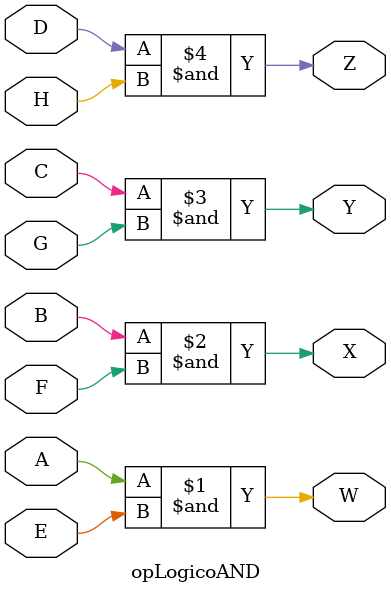
<source format=v>
module opLogicoAND(W, X, Y, Z, A, B, C, D, E, F, G, H);
	input A, B, C, D;
	input E, F, G, H;
	output W, X, Y, Z;
	
	and And0(W, A, E);
	and And1(X, B, F);
	and And2(Y, C, G);
	and And3(Z, D, H);
	
endmodule
</source>
